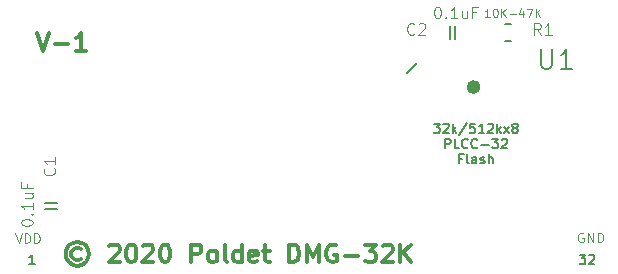
<source format=gto>
%TF.GenerationSoftware,KiCad,Pcbnew,(5.99.0-1734-gfc9c75f9e)*%
%TF.CreationDate,2020-06-08T22:25:13+02:00*%
%TF.ProjectId,poldet32k-v2-autorouted,706f6c64-6574-4333-926b-2d76322d6175,rev?*%
%TF.SameCoordinates,Original*%
%TF.FileFunction,Legend,Top*%
%TF.FilePolarity,Positive*%
%FSLAX46Y46*%
G04 Gerber Fmt 4.6, Leading zero omitted, Abs format (unit mm)*
G04 Created by KiCad (PCBNEW (5.99.0-1734-gfc9c75f9e)) date 2020-06-08 22:25:13*
%MOMM*%
%LPD*%
G01*
G04 APERTURE LIST*
%ADD10C,0.200000*%
%ADD11C,0.300000*%
%ADD12C,0.120000*%
%ADD13C,0.077216*%
%ADD14C,0.135128*%
%ADD15C,0.096520*%
%ADD16C,0.150000*%
%ADD17C,0.127000*%
%ADD18C,0.609600*%
%ADD19C,0.203200*%
G04 APERTURE END LIST*
D10*
X158695795Y-77452104D02*
X159191033Y-77452104D01*
X158924366Y-77756866D01*
X159038652Y-77756866D01*
X159114842Y-77794961D01*
X159152938Y-77833057D01*
X159191033Y-77909247D01*
X159191033Y-78099723D01*
X159152938Y-78175914D01*
X159114842Y-78214009D01*
X159038652Y-78252104D01*
X158810080Y-78252104D01*
X158733890Y-78214009D01*
X158695795Y-78175914D01*
X159495795Y-77528295D02*
X159533890Y-77490200D01*
X159610080Y-77452104D01*
X159800557Y-77452104D01*
X159876747Y-77490200D01*
X159914842Y-77528295D01*
X159952938Y-77604485D01*
X159952938Y-77680676D01*
X159914842Y-77794961D01*
X159457700Y-78252104D01*
X159952938Y-78252104D01*
X160295795Y-78252104D02*
X160295795Y-77452104D01*
X160371985Y-77947342D02*
X160600557Y-78252104D01*
X160600557Y-77718771D02*
X160295795Y-78023533D01*
X161514842Y-77414009D02*
X160829128Y-78442580D01*
X162162461Y-77452104D02*
X161781509Y-77452104D01*
X161743414Y-77833057D01*
X161781509Y-77794961D01*
X161857700Y-77756866D01*
X162048176Y-77756866D01*
X162124366Y-77794961D01*
X162162461Y-77833057D01*
X162200557Y-77909247D01*
X162200557Y-78099723D01*
X162162461Y-78175914D01*
X162124366Y-78214009D01*
X162048176Y-78252104D01*
X161857700Y-78252104D01*
X161781509Y-78214009D01*
X161743414Y-78175914D01*
X162962461Y-78252104D02*
X162505319Y-78252104D01*
X162733890Y-78252104D02*
X162733890Y-77452104D01*
X162657700Y-77566390D01*
X162581509Y-77642580D01*
X162505319Y-77680676D01*
X163267223Y-77528295D02*
X163305319Y-77490200D01*
X163381509Y-77452104D01*
X163571985Y-77452104D01*
X163648176Y-77490200D01*
X163686271Y-77528295D01*
X163724366Y-77604485D01*
X163724366Y-77680676D01*
X163686271Y-77794961D01*
X163229128Y-78252104D01*
X163724366Y-78252104D01*
X164067223Y-78252104D02*
X164067223Y-77452104D01*
X164143414Y-77947342D02*
X164371985Y-78252104D01*
X164371985Y-77718771D02*
X164067223Y-78023533D01*
X164638652Y-78252104D02*
X165057700Y-77718771D01*
X164638652Y-77718771D02*
X165057700Y-78252104D01*
X165476747Y-77794961D02*
X165400557Y-77756866D01*
X165362461Y-77718771D01*
X165324366Y-77642580D01*
X165324366Y-77604485D01*
X165362461Y-77528295D01*
X165400557Y-77490200D01*
X165476747Y-77452104D01*
X165629128Y-77452104D01*
X165705319Y-77490200D01*
X165743414Y-77528295D01*
X165781509Y-77604485D01*
X165781509Y-77642580D01*
X165743414Y-77718771D01*
X165705319Y-77756866D01*
X165629128Y-77794961D01*
X165476747Y-77794961D01*
X165400557Y-77833057D01*
X165362461Y-77871152D01*
X165324366Y-77947342D01*
X165324366Y-78099723D01*
X165362461Y-78175914D01*
X165400557Y-78214009D01*
X165476747Y-78252104D01*
X165629128Y-78252104D01*
X165705319Y-78214009D01*
X165743414Y-78175914D01*
X165781509Y-78099723D01*
X165781509Y-77947342D01*
X165743414Y-77871152D01*
X165705319Y-77833057D01*
X165629128Y-77794961D01*
X159667223Y-79540104D02*
X159667223Y-78740104D01*
X159971985Y-78740104D01*
X160048176Y-78778200D01*
X160086271Y-78816295D01*
X160124366Y-78892485D01*
X160124366Y-79006771D01*
X160086271Y-79082961D01*
X160048176Y-79121057D01*
X159971985Y-79159152D01*
X159667223Y-79159152D01*
X160848176Y-79540104D02*
X160467223Y-79540104D01*
X160467223Y-78740104D01*
X161571985Y-79463914D02*
X161533890Y-79502009D01*
X161419604Y-79540104D01*
X161343414Y-79540104D01*
X161229128Y-79502009D01*
X161152938Y-79425819D01*
X161114842Y-79349628D01*
X161076747Y-79197247D01*
X161076747Y-79082961D01*
X161114842Y-78930580D01*
X161152938Y-78854390D01*
X161229128Y-78778200D01*
X161343414Y-78740104D01*
X161419604Y-78740104D01*
X161533890Y-78778200D01*
X161571985Y-78816295D01*
X162371985Y-79463914D02*
X162333890Y-79502009D01*
X162219604Y-79540104D01*
X162143414Y-79540104D01*
X162029128Y-79502009D01*
X161952938Y-79425819D01*
X161914842Y-79349628D01*
X161876747Y-79197247D01*
X161876747Y-79082961D01*
X161914842Y-78930580D01*
X161952938Y-78854390D01*
X162029128Y-78778200D01*
X162143414Y-78740104D01*
X162219604Y-78740104D01*
X162333890Y-78778200D01*
X162371985Y-78816295D01*
X162714842Y-79235342D02*
X163324366Y-79235342D01*
X163629128Y-78740104D02*
X164124366Y-78740104D01*
X163857700Y-79044866D01*
X163971985Y-79044866D01*
X164048176Y-79082961D01*
X164086271Y-79121057D01*
X164124366Y-79197247D01*
X164124366Y-79387723D01*
X164086271Y-79463914D01*
X164048176Y-79502009D01*
X163971985Y-79540104D01*
X163743414Y-79540104D01*
X163667223Y-79502009D01*
X163629128Y-79463914D01*
X164429128Y-78816295D02*
X164467223Y-78778200D01*
X164543414Y-78740104D01*
X164733890Y-78740104D01*
X164810080Y-78778200D01*
X164848176Y-78816295D01*
X164886271Y-78892485D01*
X164886271Y-78968676D01*
X164848176Y-79082961D01*
X164391033Y-79540104D01*
X164886271Y-79540104D01*
X161114842Y-80409057D02*
X160848176Y-80409057D01*
X160848176Y-80828104D02*
X160848176Y-80028104D01*
X161229128Y-80028104D01*
X161648176Y-80828104D02*
X161571985Y-80790009D01*
X161533890Y-80713819D01*
X161533890Y-80028104D01*
X162295795Y-80828104D02*
X162295795Y-80409057D01*
X162257700Y-80332866D01*
X162181509Y-80294771D01*
X162029128Y-80294771D01*
X161952938Y-80332866D01*
X162295795Y-80790009D02*
X162219604Y-80828104D01*
X162029128Y-80828104D01*
X161952938Y-80790009D01*
X161914842Y-80713819D01*
X161914842Y-80637628D01*
X161952938Y-80561438D01*
X162029128Y-80523342D01*
X162219604Y-80523342D01*
X162295795Y-80485247D01*
X162638652Y-80790009D02*
X162714842Y-80828104D01*
X162867223Y-80828104D01*
X162943414Y-80790009D01*
X162981509Y-80713819D01*
X162981509Y-80675723D01*
X162943414Y-80599533D01*
X162867223Y-80561438D01*
X162752938Y-80561438D01*
X162676747Y-80523342D01*
X162638652Y-80447152D01*
X162638652Y-80409057D01*
X162676747Y-80332866D01*
X162752938Y-80294771D01*
X162867223Y-80294771D01*
X162943414Y-80332866D01*
X163324366Y-80828104D02*
X163324366Y-80028104D01*
X163667223Y-80828104D02*
X163667223Y-80409057D01*
X163629128Y-80332866D01*
X163552938Y-80294771D01*
X163438652Y-80294771D01*
X163362461Y-80332866D01*
X163324366Y-80370961D01*
D11*
X125111142Y-69790571D02*
X125611142Y-71290571D01*
X126111142Y-69790571D01*
X126611142Y-70719142D02*
X127754000Y-70719142D01*
X129254000Y-71290571D02*
X128396857Y-71290571D01*
X128825428Y-71290571D02*
X128825428Y-69790571D01*
X128682571Y-70004857D01*
X128539714Y-70147714D01*
X128396857Y-70219142D01*
X128791571Y-88054714D02*
X128648714Y-87983285D01*
X128363000Y-87983285D01*
X128220142Y-88054714D01*
X128077285Y-88197571D01*
X128005857Y-88340428D01*
X128005857Y-88626142D01*
X128077285Y-88769000D01*
X128220142Y-88911857D01*
X128363000Y-88983285D01*
X128648714Y-88983285D01*
X128791571Y-88911857D01*
X128505857Y-87483285D02*
X128148714Y-87554714D01*
X127791571Y-87769000D01*
X127577285Y-88126142D01*
X127505857Y-88483285D01*
X127577285Y-88840428D01*
X127791571Y-89197571D01*
X128148714Y-89411857D01*
X128505857Y-89483285D01*
X128863000Y-89411857D01*
X129220142Y-89197571D01*
X129434428Y-88840428D01*
X129505857Y-88483285D01*
X129434428Y-88126142D01*
X129220142Y-87769000D01*
X128863000Y-87554714D01*
X128505857Y-87483285D01*
X131220142Y-87840428D02*
X131291571Y-87769000D01*
X131434428Y-87697571D01*
X131791571Y-87697571D01*
X131934428Y-87769000D01*
X132005857Y-87840428D01*
X132077285Y-87983285D01*
X132077285Y-88126142D01*
X132005857Y-88340428D01*
X131148714Y-89197571D01*
X132077285Y-89197571D01*
X133005857Y-87697571D02*
X133148714Y-87697571D01*
X133291571Y-87769000D01*
X133363000Y-87840428D01*
X133434428Y-87983285D01*
X133505857Y-88269000D01*
X133505857Y-88626142D01*
X133434428Y-88911857D01*
X133363000Y-89054714D01*
X133291571Y-89126142D01*
X133148714Y-89197571D01*
X133005857Y-89197571D01*
X132863000Y-89126142D01*
X132791571Y-89054714D01*
X132720142Y-88911857D01*
X132648714Y-88626142D01*
X132648714Y-88269000D01*
X132720142Y-87983285D01*
X132791571Y-87840428D01*
X132863000Y-87769000D01*
X133005857Y-87697571D01*
X134077285Y-87840428D02*
X134148714Y-87769000D01*
X134291571Y-87697571D01*
X134648714Y-87697571D01*
X134791571Y-87769000D01*
X134863000Y-87840428D01*
X134934428Y-87983285D01*
X134934428Y-88126142D01*
X134863000Y-88340428D01*
X134005857Y-89197571D01*
X134934428Y-89197571D01*
X135863000Y-87697571D02*
X136005857Y-87697571D01*
X136148714Y-87769000D01*
X136220142Y-87840428D01*
X136291571Y-87983285D01*
X136363000Y-88269000D01*
X136363000Y-88626142D01*
X136291571Y-88911857D01*
X136220142Y-89054714D01*
X136148714Y-89126142D01*
X136005857Y-89197571D01*
X135863000Y-89197571D01*
X135720142Y-89126142D01*
X135648714Y-89054714D01*
X135577285Y-88911857D01*
X135505857Y-88626142D01*
X135505857Y-88269000D01*
X135577285Y-87983285D01*
X135648714Y-87840428D01*
X135720142Y-87769000D01*
X135863000Y-87697571D01*
X138148714Y-89197571D02*
X138148714Y-87697571D01*
X138720142Y-87697571D01*
X138863000Y-87769000D01*
X138934428Y-87840428D01*
X139005857Y-87983285D01*
X139005857Y-88197571D01*
X138934428Y-88340428D01*
X138863000Y-88411857D01*
X138720142Y-88483285D01*
X138148714Y-88483285D01*
X139863000Y-89197571D02*
X139720142Y-89126142D01*
X139648714Y-89054714D01*
X139577285Y-88911857D01*
X139577285Y-88483285D01*
X139648714Y-88340428D01*
X139720142Y-88269000D01*
X139863000Y-88197571D01*
X140077285Y-88197571D01*
X140220142Y-88269000D01*
X140291571Y-88340428D01*
X140363000Y-88483285D01*
X140363000Y-88911857D01*
X140291571Y-89054714D01*
X140220142Y-89126142D01*
X140077285Y-89197571D01*
X139863000Y-89197571D01*
X141220142Y-89197571D02*
X141077285Y-89126142D01*
X141005857Y-88983285D01*
X141005857Y-87697571D01*
X142434428Y-89197571D02*
X142434428Y-87697571D01*
X142434428Y-89126142D02*
X142291571Y-89197571D01*
X142005857Y-89197571D01*
X141863000Y-89126142D01*
X141791571Y-89054714D01*
X141720142Y-88911857D01*
X141720142Y-88483285D01*
X141791571Y-88340428D01*
X141863000Y-88269000D01*
X142005857Y-88197571D01*
X142291571Y-88197571D01*
X142434428Y-88269000D01*
X143720142Y-89126142D02*
X143577285Y-89197571D01*
X143291571Y-89197571D01*
X143148714Y-89126142D01*
X143077285Y-88983285D01*
X143077285Y-88411857D01*
X143148714Y-88269000D01*
X143291571Y-88197571D01*
X143577285Y-88197571D01*
X143720142Y-88269000D01*
X143791571Y-88411857D01*
X143791571Y-88554714D01*
X143077285Y-88697571D01*
X144220142Y-88197571D02*
X144791571Y-88197571D01*
X144434428Y-87697571D02*
X144434428Y-88983285D01*
X144505857Y-89126142D01*
X144648714Y-89197571D01*
X144791571Y-89197571D01*
X146434428Y-89197571D02*
X146434428Y-87697571D01*
X146791571Y-87697571D01*
X147005857Y-87769000D01*
X147148714Y-87911857D01*
X147220142Y-88054714D01*
X147291571Y-88340428D01*
X147291571Y-88554714D01*
X147220142Y-88840428D01*
X147148714Y-88983285D01*
X147005857Y-89126142D01*
X146791571Y-89197571D01*
X146434428Y-89197571D01*
X147934428Y-89197571D02*
X147934428Y-87697571D01*
X148434428Y-88769000D01*
X148934428Y-87697571D01*
X148934428Y-89197571D01*
X150434428Y-87769000D02*
X150291571Y-87697571D01*
X150077285Y-87697571D01*
X149863000Y-87769000D01*
X149720142Y-87911857D01*
X149648714Y-88054714D01*
X149577285Y-88340428D01*
X149577285Y-88554714D01*
X149648714Y-88840428D01*
X149720142Y-88983285D01*
X149863000Y-89126142D01*
X150077285Y-89197571D01*
X150220142Y-89197571D01*
X150434428Y-89126142D01*
X150505857Y-89054714D01*
X150505857Y-88554714D01*
X150220142Y-88554714D01*
X151148714Y-88626142D02*
X152291571Y-88626142D01*
X152863000Y-87697571D02*
X153791571Y-87697571D01*
X153291571Y-88269000D01*
X153505857Y-88269000D01*
X153648714Y-88340428D01*
X153720142Y-88411857D01*
X153791571Y-88554714D01*
X153791571Y-88911857D01*
X153720142Y-89054714D01*
X153648714Y-89126142D01*
X153505857Y-89197571D01*
X153077285Y-89197571D01*
X152934428Y-89126142D01*
X152863000Y-89054714D01*
X154363000Y-87840428D02*
X154434428Y-87769000D01*
X154577285Y-87697571D01*
X154934428Y-87697571D01*
X155077285Y-87769000D01*
X155148714Y-87840428D01*
X155220142Y-87983285D01*
X155220142Y-88126142D01*
X155148714Y-88340428D01*
X154291571Y-89197571D01*
X155220142Y-89197571D01*
X155863000Y-89197571D02*
X155863000Y-87697571D01*
X156720142Y-89197571D02*
X156077285Y-88340428D01*
X156720142Y-87697571D02*
X155863000Y-88554714D01*
D12*
X123266333Y-86753704D02*
X123533000Y-87553704D01*
X123799666Y-86753704D01*
X124066333Y-87553704D02*
X124066333Y-86753704D01*
X124256809Y-86753704D01*
X124371095Y-86791800D01*
X124447285Y-86867990D01*
X124485380Y-86944180D01*
X124523476Y-87096561D01*
X124523476Y-87210847D01*
X124485380Y-87363228D01*
X124447285Y-87439419D01*
X124371095Y-87515609D01*
X124256809Y-87553704D01*
X124066333Y-87553704D01*
X124866333Y-87553704D02*
X124866333Y-86753704D01*
X125056809Y-86753704D01*
X125171095Y-86791800D01*
X125247285Y-86867990D01*
X125285380Y-86944180D01*
X125323476Y-87096561D01*
X125323476Y-87210847D01*
X125285380Y-87363228D01*
X125247285Y-87439419D01*
X125171095Y-87515609D01*
X125056809Y-87553704D01*
X124866333Y-87553704D01*
X171348476Y-86722000D02*
X171272285Y-86683904D01*
X171158000Y-86683904D01*
X171043714Y-86722000D01*
X170967523Y-86798190D01*
X170929428Y-86874380D01*
X170891333Y-87026761D01*
X170891333Y-87141047D01*
X170929428Y-87293428D01*
X170967523Y-87369619D01*
X171043714Y-87445809D01*
X171158000Y-87483904D01*
X171234190Y-87483904D01*
X171348476Y-87445809D01*
X171386571Y-87407714D01*
X171386571Y-87141047D01*
X171234190Y-87141047D01*
X171729428Y-87483904D02*
X171729428Y-86683904D01*
X172186571Y-87483904D01*
X172186571Y-86683904D01*
X172567523Y-87483904D02*
X172567523Y-86683904D01*
X172758000Y-86683904D01*
X172872285Y-86722000D01*
X172948476Y-86798190D01*
X172986571Y-86874380D01*
X173024666Y-87026761D01*
X173024666Y-87141047D01*
X172986571Y-87293428D01*
X172948476Y-87369619D01*
X172872285Y-87445809D01*
X172758000Y-87483904D01*
X172567523Y-87483904D01*
D13*
%TO.C,C2*%
X157041542Y-69839114D02*
X156995580Y-69885076D01*
X156857695Y-69931038D01*
X156765771Y-69931038D01*
X156627885Y-69885076D01*
X156535961Y-69793152D01*
X156489999Y-69701228D01*
X156444038Y-69517380D01*
X156444038Y-69379495D01*
X156489999Y-69195647D01*
X156535961Y-69103723D01*
X156627885Y-69011800D01*
X156765771Y-68965838D01*
X156857695Y-68965838D01*
X156995580Y-69011800D01*
X157041542Y-69057761D01*
X157409238Y-69057761D02*
X157455199Y-69011800D01*
X157547123Y-68965838D01*
X157776933Y-68965838D01*
X157868857Y-69011800D01*
X157914818Y-69057761D01*
X157960780Y-69149685D01*
X157960780Y-69241609D01*
X157914818Y-69379495D01*
X157363276Y-69931038D01*
X157960780Y-69931038D01*
X158959847Y-67568838D02*
X159051771Y-67568838D01*
X159143695Y-67614800D01*
X159189657Y-67660761D01*
X159235618Y-67752685D01*
X159281580Y-67936533D01*
X159281580Y-68166342D01*
X159235618Y-68350190D01*
X159189657Y-68442114D01*
X159143695Y-68488076D01*
X159051771Y-68534038D01*
X158959847Y-68534038D01*
X158867923Y-68488076D01*
X158821961Y-68442114D01*
X158775999Y-68350190D01*
X158730038Y-68166342D01*
X158730038Y-67936533D01*
X158775999Y-67752685D01*
X158821961Y-67660761D01*
X158867923Y-67614800D01*
X158959847Y-67568838D01*
X159695238Y-68442114D02*
X159741199Y-68488076D01*
X159695238Y-68534038D01*
X159649276Y-68488076D01*
X159695238Y-68442114D01*
X159695238Y-68534038D01*
X160660438Y-68534038D02*
X160108895Y-68534038D01*
X160384666Y-68534038D02*
X160384666Y-67568838D01*
X160292742Y-67706723D01*
X160200818Y-67798647D01*
X160108895Y-67844609D01*
X161487752Y-67890571D02*
X161487752Y-68534038D01*
X161074095Y-67890571D02*
X161074095Y-68396152D01*
X161120057Y-68488076D01*
X161211980Y-68534038D01*
X161349866Y-68534038D01*
X161441790Y-68488076D01*
X161487752Y-68442114D01*
X162269104Y-68028457D02*
X161947371Y-68028457D01*
X161947371Y-68534038D02*
X161947371Y-67568838D01*
X162406990Y-67568838D01*
%TO.C,C1*%
X126529114Y-81233076D02*
X126575076Y-81279038D01*
X126621038Y-81416923D01*
X126621038Y-81508847D01*
X126575076Y-81646733D01*
X126483152Y-81738657D01*
X126391228Y-81784618D01*
X126207380Y-81830580D01*
X126069495Y-81830580D01*
X125885647Y-81784618D01*
X125793723Y-81738657D01*
X125701800Y-81646733D01*
X125655838Y-81508847D01*
X125655838Y-81416923D01*
X125701800Y-81279038D01*
X125747761Y-81233076D01*
X126621038Y-80313838D02*
X126621038Y-80865380D01*
X126621038Y-80589609D02*
X125655838Y-80589609D01*
X125793723Y-80681533D01*
X125885647Y-80773457D01*
X125931609Y-80865380D01*
X123750838Y-85874018D02*
X123750838Y-85782095D01*
X123796800Y-85690171D01*
X123842761Y-85644209D01*
X123934685Y-85598247D01*
X124118533Y-85552285D01*
X124348342Y-85552285D01*
X124532190Y-85598247D01*
X124624114Y-85644209D01*
X124670076Y-85690171D01*
X124716038Y-85782095D01*
X124716038Y-85874018D01*
X124670076Y-85965942D01*
X124624114Y-86011904D01*
X124532190Y-86057866D01*
X124348342Y-86103828D01*
X124118533Y-86103828D01*
X123934685Y-86057866D01*
X123842761Y-86011904D01*
X123796800Y-85965942D01*
X123750838Y-85874018D01*
X124624114Y-85138628D02*
X124670076Y-85092666D01*
X124716038Y-85138628D01*
X124670076Y-85184590D01*
X124624114Y-85138628D01*
X124716038Y-85138628D01*
X124716038Y-84173428D02*
X124716038Y-84724971D01*
X124716038Y-84449199D02*
X123750838Y-84449199D01*
X123888723Y-84541123D01*
X123980647Y-84633047D01*
X124026609Y-84724971D01*
X124072571Y-83346114D02*
X124716038Y-83346114D01*
X124072571Y-83759771D02*
X124578152Y-83759771D01*
X124670076Y-83713809D01*
X124716038Y-83621885D01*
X124716038Y-83483999D01*
X124670076Y-83392076D01*
X124624114Y-83346114D01*
X124210457Y-82564761D02*
X124210457Y-82886495D01*
X124716038Y-82886495D02*
X123750838Y-82886495D01*
X123750838Y-82426876D01*
D14*
%TO.C,U1*%
X167748999Y-71128466D02*
X167748999Y-72495833D01*
X167829433Y-72656700D01*
X167909866Y-72737133D01*
X168070733Y-72817566D01*
X168392466Y-72817566D01*
X168553333Y-72737133D01*
X168633766Y-72656700D01*
X168714199Y-72495833D01*
X168714199Y-71128466D01*
X170403299Y-72817566D02*
X169438099Y-72817566D01*
X169920699Y-72817566D02*
X169920699Y-71128466D01*
X169759833Y-71369766D01*
X169598966Y-71530633D01*
X169438099Y-71611066D01*
D15*
%TO.C,R1*%
X167744176Y-69931038D02*
X167422442Y-69471419D01*
X167192633Y-69931038D02*
X167192633Y-68965838D01*
X167560328Y-68965838D01*
X167652252Y-69011800D01*
X167698214Y-69057761D01*
X167744176Y-69149685D01*
X167744176Y-69287571D01*
X167698214Y-69379495D01*
X167652252Y-69425457D01*
X167560328Y-69471419D01*
X167192633Y-69471419D01*
X168663414Y-69931038D02*
X168111871Y-69931038D01*
X168387642Y-69931038D02*
X168387642Y-68965838D01*
X168295719Y-69103723D01*
X168203795Y-69195647D01*
X168111871Y-69241609D01*
X163431262Y-68419666D02*
X163031262Y-68419666D01*
X163231262Y-68419666D02*
X163231262Y-67719666D01*
X163164595Y-67819666D01*
X163097928Y-67886333D01*
X163031262Y-67919666D01*
X163864595Y-67719666D02*
X163931262Y-67719666D01*
X163997928Y-67753000D01*
X164031262Y-67786333D01*
X164064595Y-67853000D01*
X164097928Y-67986333D01*
X164097928Y-68153000D01*
X164064595Y-68286333D01*
X164031262Y-68353000D01*
X163997928Y-68386333D01*
X163931262Y-68419666D01*
X163864595Y-68419666D01*
X163797928Y-68386333D01*
X163764595Y-68353000D01*
X163731262Y-68286333D01*
X163697928Y-68153000D01*
X163697928Y-67986333D01*
X163731262Y-67853000D01*
X163764595Y-67786333D01*
X163797928Y-67753000D01*
X163864595Y-67719666D01*
X164397928Y-68419666D02*
X164397928Y-67719666D01*
X164797928Y-68419666D02*
X164497928Y-68019666D01*
X164797928Y-67719666D02*
X164397928Y-68119666D01*
X165097928Y-68153000D02*
X165631262Y-68153000D01*
X166264595Y-67953000D02*
X166264595Y-68419666D01*
X166097928Y-67686333D02*
X165931262Y-68186333D01*
X166364595Y-68186333D01*
X166564595Y-67719666D02*
X167031262Y-67719666D01*
X166731262Y-68419666D01*
X167297928Y-68419666D02*
X167297928Y-67719666D01*
X167697928Y-68419666D02*
X167397928Y-68019666D01*
X167697928Y-67719666D02*
X167297928Y-68119666D01*
D16*
%TO.C,J1*%
X171034380Y-88541904D02*
X171529619Y-88541904D01*
X171262952Y-88846666D01*
X171377238Y-88846666D01*
X171453428Y-88884761D01*
X171491523Y-88922857D01*
X171529619Y-88999047D01*
X171529619Y-89189523D01*
X171491523Y-89265714D01*
X171453428Y-89303809D01*
X171377238Y-89341904D01*
X171148666Y-89341904D01*
X171072476Y-89303809D01*
X171034380Y-89265714D01*
X171834380Y-88618095D02*
X171872476Y-88580000D01*
X171948666Y-88541904D01*
X172139142Y-88541904D01*
X172215333Y-88580000D01*
X172253428Y-88618095D01*
X172291523Y-88694285D01*
X172291523Y-88770476D01*
X172253428Y-88884761D01*
X171796285Y-89341904D01*
X172291523Y-89341904D01*
X124910571Y-89341904D02*
X124453428Y-89341904D01*
X124682000Y-89341904D02*
X124682000Y-88541904D01*
X124605809Y-88656190D01*
X124529619Y-88732380D01*
X124453428Y-88770476D01*
D17*
%TO.C,C2*%
X160524000Y-69198000D02*
X160524000Y-70248000D01*
X160024000Y-69198000D02*
X160024000Y-70248000D01*
%TO.C,C1*%
X126811000Y-84147800D02*
X125761000Y-84147800D01*
X126811000Y-84647800D02*
X125761000Y-84647800D01*
D18*
%TO.C,U1*%
X162352000Y-74348000D02*
G75*
G03*
X162352000Y-74348000I-300000J0D01*
G01*
D19*
X157282000Y-72318000D02*
X156442000Y-73158000D01*
D17*
%TO.C,R1*%
X165223000Y-70423000D02*
X164723000Y-70423000D01*
X165223000Y-69023000D02*
X164723000Y-69023000D01*
%TD*%
M02*

</source>
